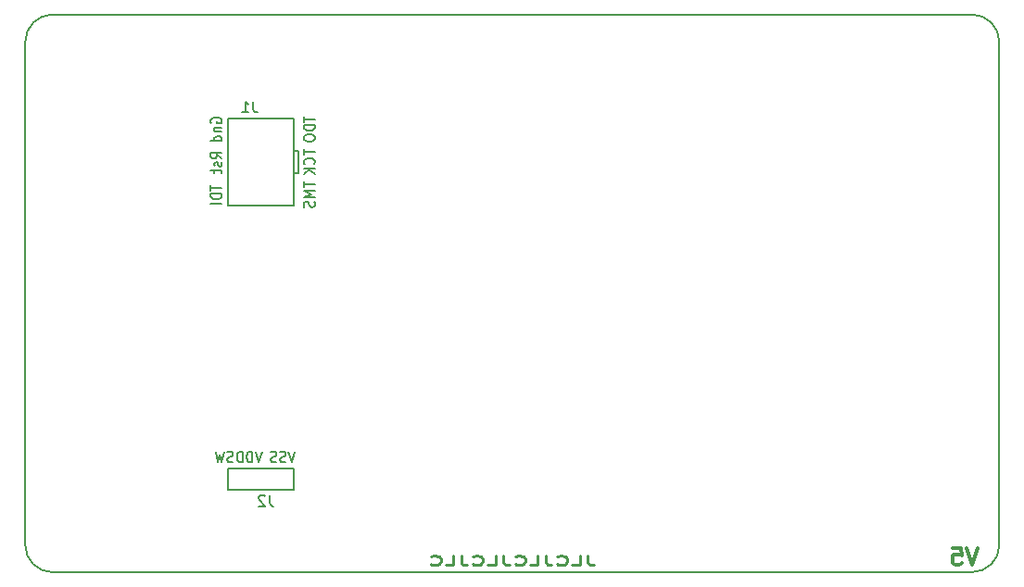
<source format=gbr>
%TF.GenerationSoftware,KiCad,Pcbnew,5.1.0*%
%TF.CreationDate,2019-04-11T23:23:28-05:00*%
%TF.ProjectId,Layout,4c61796f-7574-42e6-9b69-6361645f7063,rev?*%
%TF.SameCoordinates,Original*%
%TF.FileFunction,Legend,Bot*%
%TF.FilePolarity,Positive*%
%FSLAX46Y46*%
G04 Gerber Fmt 4.6, Leading zero omitted, Abs format (unit mm)*
G04 Created by KiCad (PCBNEW 5.1.0) date 2019-04-11 23:23:28*
%MOMM*%
%LPD*%
G04 APERTURE LIST*
%ADD10C,0.212500*%
%ADD11C,0.300000*%
%ADD12C,0.150000*%
G04 APERTURE END LIST*
D10*
X163392571Y-122978523D02*
X163392571Y-123585666D01*
X163464000Y-123707095D01*
X163606857Y-123788047D01*
X163821142Y-123828523D01*
X163964000Y-123828523D01*
X161964000Y-123828523D02*
X162678285Y-123828523D01*
X162678285Y-122978523D01*
X160606857Y-123747571D02*
X160678285Y-123788047D01*
X160892571Y-123828523D01*
X161035428Y-123828523D01*
X161249714Y-123788047D01*
X161392571Y-123707095D01*
X161464000Y-123626142D01*
X161535428Y-123464238D01*
X161535428Y-123342809D01*
X161464000Y-123180904D01*
X161392571Y-123099952D01*
X161249714Y-123019000D01*
X161035428Y-122978523D01*
X160892571Y-122978523D01*
X160678285Y-123019000D01*
X160606857Y-123059476D01*
X159535428Y-122978523D02*
X159535428Y-123585666D01*
X159606857Y-123707095D01*
X159749714Y-123788047D01*
X159964000Y-123828523D01*
X160106857Y-123828523D01*
X158106857Y-123828523D02*
X158821142Y-123828523D01*
X158821142Y-122978523D01*
X156749714Y-123747571D02*
X156821142Y-123788047D01*
X157035428Y-123828523D01*
X157178285Y-123828523D01*
X157392571Y-123788047D01*
X157535428Y-123707095D01*
X157606857Y-123626142D01*
X157678285Y-123464238D01*
X157678285Y-123342809D01*
X157606857Y-123180904D01*
X157535428Y-123099952D01*
X157392571Y-123019000D01*
X157178285Y-122978523D01*
X157035428Y-122978523D01*
X156821142Y-123019000D01*
X156749714Y-123059476D01*
X155678285Y-122978523D02*
X155678285Y-123585666D01*
X155749714Y-123707095D01*
X155892571Y-123788047D01*
X156106857Y-123828523D01*
X156249714Y-123828523D01*
X154249714Y-123828523D02*
X154964000Y-123828523D01*
X154964000Y-122978523D01*
X152892571Y-123747571D02*
X152964000Y-123788047D01*
X153178285Y-123828523D01*
X153321142Y-123828523D01*
X153535428Y-123788047D01*
X153678285Y-123707095D01*
X153749714Y-123626142D01*
X153821142Y-123464238D01*
X153821142Y-123342809D01*
X153749714Y-123180904D01*
X153678285Y-123099952D01*
X153535428Y-123019000D01*
X153321142Y-122978523D01*
X153178285Y-122978523D01*
X152964000Y-123019000D01*
X152892571Y-123059476D01*
X151821142Y-122978523D02*
X151821142Y-123585666D01*
X151892571Y-123707095D01*
X152035428Y-123788047D01*
X152249714Y-123828523D01*
X152392571Y-123828523D01*
X150392571Y-123828523D02*
X151106857Y-123828523D01*
X151106857Y-122978523D01*
X149035428Y-123747571D02*
X149106857Y-123788047D01*
X149321142Y-123828523D01*
X149464000Y-123828523D01*
X149678285Y-123788047D01*
X149821142Y-123707095D01*
X149892571Y-123626142D01*
X149964000Y-123464238D01*
X149964000Y-123342809D01*
X149892571Y-123180904D01*
X149821142Y-123099952D01*
X149678285Y-123019000D01*
X149464000Y-122978523D01*
X149321142Y-122978523D01*
X149106857Y-123019000D01*
X149035428Y-123059476D01*
D11*
X198984285Y-122288571D02*
X198484285Y-123788571D01*
X197984285Y-122288571D01*
X196770000Y-122288571D02*
X197484285Y-122288571D01*
X197555714Y-123002857D01*
X197484285Y-122931428D01*
X197341428Y-122860000D01*
X196984285Y-122860000D01*
X196841428Y-122931428D01*
X196770000Y-123002857D01*
X196698571Y-123145714D01*
X196698571Y-123502857D01*
X196770000Y-123645714D01*
X196841428Y-123717142D01*
X196984285Y-123788571D01*
X197341428Y-123788571D01*
X197484285Y-123717142D01*
X197555714Y-123645714D01*
D12*
X112000000Y-122000000D02*
X112000000Y-76000000D01*
X198500000Y-124500000D02*
X114500000Y-124500000D01*
X201000000Y-76000000D02*
X201000000Y-122000000D01*
X114500000Y-73500000D02*
X198500000Y-73500000D01*
X201000000Y-122000000D02*
G75*
G02X198500000Y-124500000I-2500000J0D01*
G01*
X114500000Y-124500000D02*
G75*
G02X112000000Y-122000000I0J2500000D01*
G01*
X112000000Y-76000000D02*
G75*
G02X114500000Y-73500000I2500000J0D01*
G01*
X198500000Y-73500000D02*
G75*
G02X201000000Y-76000000I0J-2500000D01*
G01*
X136500000Y-91000000D02*
X136500000Y-83000000D01*
X136500000Y-83000000D02*
X130500000Y-83000000D01*
X130500000Y-83000000D02*
X130500000Y-91000000D01*
X130500000Y-91000000D02*
X136500000Y-91000000D01*
X136500000Y-88000000D02*
X137000000Y-88000000D01*
X137000000Y-88000000D02*
X137000000Y-86000000D01*
X137000000Y-86000000D02*
X136500000Y-86000000D01*
X136500000Y-115000000D02*
X130500000Y-115000000D01*
X130500000Y-115000000D02*
X130500000Y-117000000D01*
X130500000Y-117000000D02*
X136500000Y-117000000D01*
X136500000Y-117000000D02*
X136500000Y-115000000D01*
X132833333Y-81452380D02*
X132833333Y-82166666D01*
X132880952Y-82309523D01*
X132976190Y-82404761D01*
X133119047Y-82452380D01*
X133214285Y-82452380D01*
X131833333Y-82452380D02*
X132404761Y-82452380D01*
X132119047Y-82452380D02*
X132119047Y-81452380D01*
X132214285Y-81595238D01*
X132309523Y-81690476D01*
X132404761Y-81738095D01*
X137452380Y-88800000D02*
X137452380Y-89314285D01*
X138452380Y-89057142D02*
X137452380Y-89057142D01*
X138452380Y-89614285D02*
X137452380Y-89614285D01*
X138166666Y-89914285D01*
X137452380Y-90214285D01*
X138452380Y-90214285D01*
X138404761Y-90600000D02*
X138452380Y-90728571D01*
X138452380Y-90942857D01*
X138404761Y-91028571D01*
X138357142Y-91071428D01*
X138261904Y-91114285D01*
X138166666Y-91114285D01*
X138071428Y-91071428D01*
X138023809Y-91028571D01*
X137976190Y-90942857D01*
X137928571Y-90771428D01*
X137880952Y-90685714D01*
X137833333Y-90642857D01*
X137738095Y-90600000D01*
X137642857Y-90600000D01*
X137547619Y-90642857D01*
X137500000Y-90685714D01*
X137452380Y-90771428D01*
X137452380Y-90985714D01*
X137500000Y-91114285D01*
X137452380Y-85842857D02*
X137452380Y-86357142D01*
X138452380Y-86100000D02*
X137452380Y-86100000D01*
X138357142Y-87171428D02*
X138404761Y-87128571D01*
X138452380Y-87000000D01*
X138452380Y-86914285D01*
X138404761Y-86785714D01*
X138309523Y-86700000D01*
X138214285Y-86657142D01*
X138023809Y-86614285D01*
X137880952Y-86614285D01*
X137690476Y-86657142D01*
X137595238Y-86700000D01*
X137500000Y-86785714D01*
X137452380Y-86914285D01*
X137452380Y-87000000D01*
X137500000Y-87128571D01*
X137547619Y-87171428D01*
X138452380Y-87557142D02*
X137452380Y-87557142D01*
X138452380Y-88071428D02*
X137880952Y-87685714D01*
X137452380Y-88071428D02*
X138023809Y-87557142D01*
X137452380Y-82821428D02*
X137452380Y-83335714D01*
X138452380Y-83078571D02*
X137452380Y-83078571D01*
X138452380Y-83635714D02*
X137452380Y-83635714D01*
X137452380Y-83850000D01*
X137500000Y-83978571D01*
X137595238Y-84064285D01*
X137690476Y-84107142D01*
X137880952Y-84150000D01*
X138023809Y-84150000D01*
X138214285Y-84107142D01*
X138309523Y-84064285D01*
X138404761Y-83978571D01*
X138452380Y-83850000D01*
X138452380Y-83635714D01*
X137452380Y-84707142D02*
X137452380Y-84878571D01*
X137500000Y-84964285D01*
X137595238Y-85050000D01*
X137785714Y-85092857D01*
X138119047Y-85092857D01*
X138309523Y-85050000D01*
X138404761Y-84964285D01*
X138452380Y-84878571D01*
X138452380Y-84707142D01*
X138404761Y-84621428D01*
X138309523Y-84535714D01*
X138119047Y-84492857D01*
X137785714Y-84492857D01*
X137595238Y-84535714D01*
X137500000Y-84621428D01*
X137452380Y-84707142D01*
X128952380Y-89078571D02*
X128952380Y-89592857D01*
X129952380Y-89335714D02*
X128952380Y-89335714D01*
X129952380Y-89892857D02*
X128952380Y-89892857D01*
X128952380Y-90107142D01*
X129000000Y-90235714D01*
X129095238Y-90321428D01*
X129190476Y-90364285D01*
X129380952Y-90407142D01*
X129523809Y-90407142D01*
X129714285Y-90364285D01*
X129809523Y-90321428D01*
X129904761Y-90235714D01*
X129952380Y-90107142D01*
X129952380Y-89892857D01*
X129952380Y-90792857D02*
X128952380Y-90792857D01*
X129952380Y-86657142D02*
X129476190Y-86357142D01*
X129952380Y-86142857D02*
X128952380Y-86142857D01*
X128952380Y-86485714D01*
X129000000Y-86571428D01*
X129047619Y-86614285D01*
X129142857Y-86657142D01*
X129285714Y-86657142D01*
X129380952Y-86614285D01*
X129428571Y-86571428D01*
X129476190Y-86485714D01*
X129476190Y-86142857D01*
X129904761Y-87000000D02*
X129952380Y-87085714D01*
X129952380Y-87257142D01*
X129904761Y-87342857D01*
X129809523Y-87385714D01*
X129761904Y-87385714D01*
X129666666Y-87342857D01*
X129619047Y-87257142D01*
X129619047Y-87128571D01*
X129571428Y-87042857D01*
X129476190Y-87000000D01*
X129428571Y-87000000D01*
X129333333Y-87042857D01*
X129285714Y-87128571D01*
X129285714Y-87257142D01*
X129333333Y-87342857D01*
X129285714Y-87642857D02*
X129285714Y-87985714D01*
X128952380Y-87771428D02*
X129809523Y-87771428D01*
X129904761Y-87814285D01*
X129952380Y-87900000D01*
X129952380Y-87985714D01*
X129000000Y-83421428D02*
X128952380Y-83335714D01*
X128952380Y-83207142D01*
X129000000Y-83078571D01*
X129095238Y-82992857D01*
X129190476Y-82950000D01*
X129380952Y-82907142D01*
X129523809Y-82907142D01*
X129714285Y-82950000D01*
X129809523Y-82992857D01*
X129904761Y-83078571D01*
X129952380Y-83207142D01*
X129952380Y-83292857D01*
X129904761Y-83421428D01*
X129857142Y-83464285D01*
X129523809Y-83464285D01*
X129523809Y-83292857D01*
X129285714Y-83850000D02*
X129952380Y-83850000D01*
X129380952Y-83850000D02*
X129333333Y-83892857D01*
X129285714Y-83978571D01*
X129285714Y-84107142D01*
X129333333Y-84192857D01*
X129428571Y-84235714D01*
X129952380Y-84235714D01*
X129952380Y-85050000D02*
X128952380Y-85050000D01*
X129904761Y-85050000D02*
X129952380Y-84964285D01*
X129952380Y-84792857D01*
X129904761Y-84707142D01*
X129857142Y-84664285D01*
X129761904Y-84621428D01*
X129476190Y-84621428D01*
X129380952Y-84664285D01*
X129333333Y-84707142D01*
X129285714Y-84792857D01*
X129285714Y-84964285D01*
X129333333Y-85050000D01*
X134333333Y-117452380D02*
X134333333Y-118166666D01*
X134380952Y-118309523D01*
X134476190Y-118404761D01*
X134619047Y-118452380D01*
X134714285Y-118452380D01*
X133904761Y-117547619D02*
X133857142Y-117500000D01*
X133761904Y-117452380D01*
X133523809Y-117452380D01*
X133428571Y-117500000D01*
X133380952Y-117547619D01*
X133333333Y-117642857D01*
X133333333Y-117738095D01*
X133380952Y-117880952D01*
X133952380Y-118452380D01*
X133333333Y-118452380D01*
X136657142Y-113452380D02*
X136357142Y-114452380D01*
X136057142Y-113452380D01*
X135800000Y-114404761D02*
X135671428Y-114452380D01*
X135457142Y-114452380D01*
X135371428Y-114404761D01*
X135328571Y-114357142D01*
X135285714Y-114261904D01*
X135285714Y-114166666D01*
X135328571Y-114071428D01*
X135371428Y-114023809D01*
X135457142Y-113976190D01*
X135628571Y-113928571D01*
X135714285Y-113880952D01*
X135757142Y-113833333D01*
X135800000Y-113738095D01*
X135800000Y-113642857D01*
X135757142Y-113547619D01*
X135714285Y-113500000D01*
X135628571Y-113452380D01*
X135414285Y-113452380D01*
X135285714Y-113500000D01*
X134942857Y-114404761D02*
X134814285Y-114452380D01*
X134600000Y-114452380D01*
X134514285Y-114404761D01*
X134471428Y-114357142D01*
X134428571Y-114261904D01*
X134428571Y-114166666D01*
X134471428Y-114071428D01*
X134514285Y-114023809D01*
X134600000Y-113976190D01*
X134771428Y-113928571D01*
X134857142Y-113880952D01*
X134900000Y-113833333D01*
X134942857Y-113738095D01*
X134942857Y-113642857D01*
X134900000Y-113547619D01*
X134857142Y-113500000D01*
X134771428Y-113452380D01*
X134557142Y-113452380D01*
X134428571Y-113500000D01*
X133642857Y-113452380D02*
X133342857Y-114452380D01*
X133042857Y-113452380D01*
X132742857Y-114452380D02*
X132742857Y-113452380D01*
X132528571Y-113452380D01*
X132400000Y-113500000D01*
X132314285Y-113595238D01*
X132271428Y-113690476D01*
X132228571Y-113880952D01*
X132228571Y-114023809D01*
X132271428Y-114214285D01*
X132314285Y-114309523D01*
X132400000Y-114404761D01*
X132528571Y-114452380D01*
X132742857Y-114452380D01*
X131842857Y-114452380D02*
X131842857Y-113452380D01*
X131628571Y-113452380D01*
X131500000Y-113500000D01*
X131414285Y-113595238D01*
X131371428Y-113690476D01*
X131328571Y-113880952D01*
X131328571Y-114023809D01*
X131371428Y-114214285D01*
X131414285Y-114309523D01*
X131500000Y-114404761D01*
X131628571Y-114452380D01*
X131842857Y-114452380D01*
X130985714Y-114404761D02*
X130857142Y-114452380D01*
X130642857Y-114452380D01*
X130557142Y-114404761D01*
X130514285Y-114357142D01*
X130471428Y-114261904D01*
X130471428Y-114166666D01*
X130514285Y-114071428D01*
X130557142Y-114023809D01*
X130642857Y-113976190D01*
X130814285Y-113928571D01*
X130900000Y-113880952D01*
X130942857Y-113833333D01*
X130985714Y-113738095D01*
X130985714Y-113642857D01*
X130942857Y-113547619D01*
X130900000Y-113500000D01*
X130814285Y-113452380D01*
X130600000Y-113452380D01*
X130471428Y-113500000D01*
X130171428Y-113452380D02*
X129957142Y-114452380D01*
X129785714Y-113738095D01*
X129614285Y-114452380D01*
X129400000Y-113452380D01*
M02*

</source>
